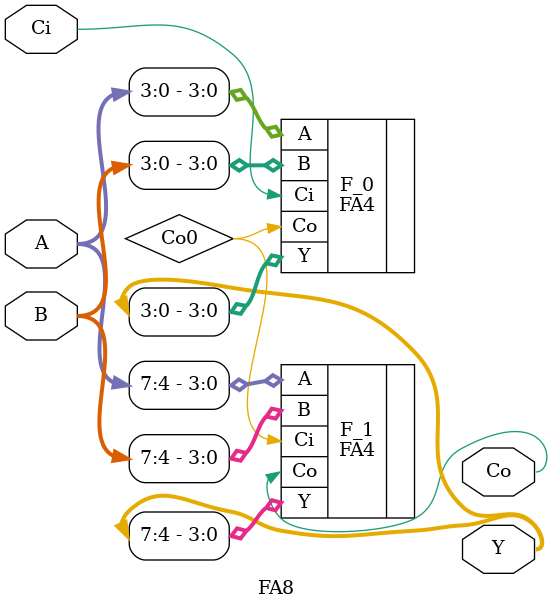
<source format=v>
`timescale 1ns / 1ps
/*  
  * Author: Trevor Scott  
  * Email: scott.30trevor@gmail.com  
  * Filename: FullAdder8 Design File   
  * Date: January 28, 2020   
  * Version: 1.3   * 
  * Notes: This program copies the class of FA4 and implements two 4Fulladders and implements it in the design of 8FullAdder
*/ 
module FA8(A, B, Ci, Y, Co);
input [7:0] A,B;
input Ci;
output [7:0] Y;
output Co;

FA4 F_0 (
    .A(A[3:0]), 
    .B(B[3:0]), 
    .Ci(Ci), 
    .Y(Y[3:0]), 
    .Co(Co0)
);

FA4 F_1(
    .A(A[7:4]), 
    .B(B[7:4]), 
    .Ci(Co0), 
    .Y(Y[7:4]), 
    .Co(Co)
);


endmodule

</source>
